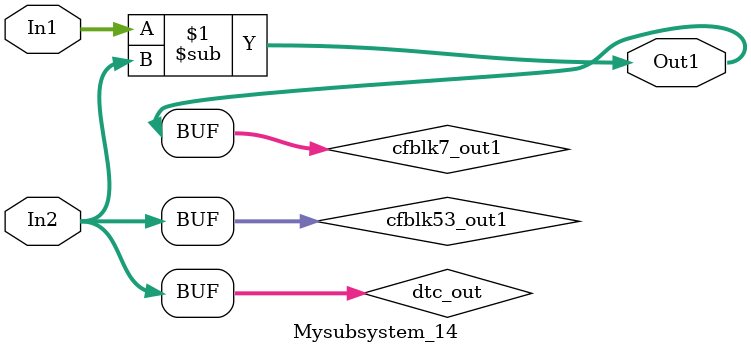
<source format=v>



`timescale 1 ns / 1 ns

module Mysubsystem_14
          (In1,
           In2,
           Out1);


  input   [7:0] In1;  // uint8
  input   [7:0] In2;  // uint8
  output  [7:0] Out1;  // uint8


  wire [7:0] dtc_out;  // ufix8
  wire [7:0] cfblk53_out1;  // uint8
  wire [7:0] cfblk7_out1;  // uint8


  assign dtc_out = In2;



  assign cfblk53_out1 = dtc_out;



  assign cfblk7_out1 = In1 - cfblk53_out1;



  assign Out1 = cfblk7_out1;

endmodule  // Mysubsystem_14


</source>
